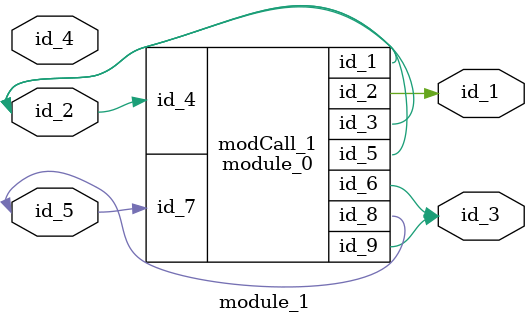
<source format=v>
module module_0 (
    id_1,
    id_2,
    id_3,
    id_4,
    id_5,
    id_6,
    id_7,
    id_8,
    id_9
);
  output wire id_9;
  inout wire id_8;
  input wire id_7;
  output wire id_6;
  inout wire id_5;
  input wire id_4;
  inout wire id_3;
  output wire id_2;
  inout wire id_1;
  assign id_3 = id_4;
  assign id_3 = id_4 ? id_5 : id_5 ? id_1 : id_7;
  wire id_10;
endmodule
module module_1 (
    id_1,
    id_2,
    id_3,
    id_4,
    id_5
);
  inout wire id_5;
  input wire id_4;
  output wire id_3;
  inout wire id_2;
  output wire id_1;
  wire id_6;
  module_0 modCall_1 (
      id_2,
      id_1,
      id_2,
      id_2,
      id_2,
      id_3,
      id_5,
      id_5,
      id_3
  );
endmodule

</source>
